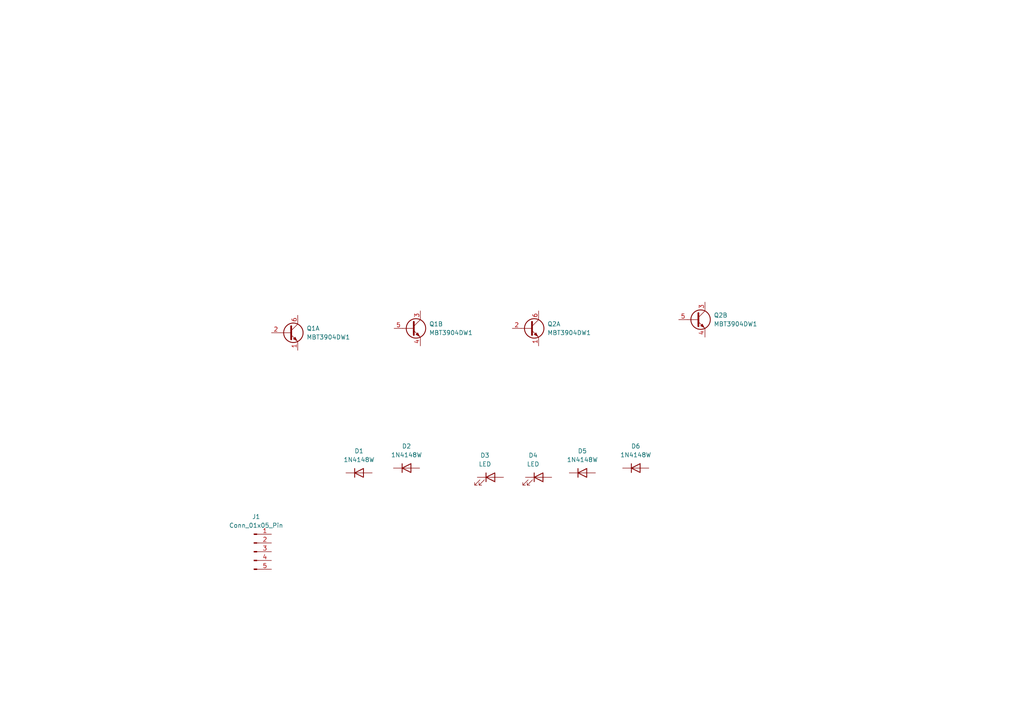
<source format=kicad_sch>
(kicad_sch (version 20231120) (generator "eeschema") (generator_version "8.0")
  (paper "A4")
  (title_block (title "Swollen Pickle") (date "2024-07-29") (rev "A") (company "666, Inc."))
  (lib_symbols
    (symbol "Connector:Conn_01x05_Pin" (pin_names (offset 1.016) hide)
      (property "Reference" "J" (at 0 7.62 0))
      (property "Value" "Conn_01x05_Pin" (at 0 -7.62 0))
      (symbol "Conn_01x05_Pin_1_1"
        (polyline (pts (xy 1.27 -5.08) (xy 0.8636 -5.08)) (stroke (width 0.1524)))
        (polyline (pts (xy 1.27 -2.54) (xy 0.8636 -2.54)) (stroke (width 0.1524)))
        (polyline (pts (xy 1.27 0) (xy 0.8636 0)) (stroke (width 0.1524)))
        (polyline (pts (xy 1.27 2.54) (xy 0.8636 2.54)) (stroke (width 0.1524)))
        (polyline (pts (xy 1.27 5.08) (xy 0.8636 5.08)) (stroke (width 0.1524)))
        (rectangle (start 0.8636 -4.953) (end 0 -5.207) (stroke (width 0.1524)) (fill (type outline)))
        (rectangle (start 0.8636 -2.413) (end 0 -2.667) (stroke (width 0.1524)) (fill (type outline)))
        (rectangle (start 0.8636 0.127) (end 0 -0.127) (stroke (width 0.1524)) (fill (type outline)))
        (rectangle (start 0.8636 2.667) (end 0 2.413) (stroke (width 0.1524)) (fill (type outline)))
        (rectangle (start 0.8636 5.207) (end 0 4.953) (stroke (width 0.1524)) (fill (type outline)))
        (pin passive line (at 5.08 5.08 180) (length 3.81) (name "Pin_1") (number "1"))
        (pin passive line (at 5.08 2.54 180) (length 3.81) (name "Pin_2") (number "2"))
        (pin passive line (at 5.08 0 180) (length 3.81) (name "Pin_3") (number "3"))
        (pin passive line (at 5.08 -2.54 180) (length 3.81) (name "Pin_4") (number "4"))
        (pin passive line (at 5.08 -5.08 180) (length 3.81) (name "Pin_5") (number "5"))
      )
    )
    (symbol "Device:LED" (pin_numbers hide) (pin_names (offset 1.016) hide)
      (property "Reference" "D" (at 0 2.54 0))
      (property "Value" "LED" (at 0 -2.54 0))
      (symbol "LED_0_1"
        (polyline (pts (xy -1.27 -1.27) (xy -1.27 1.27)) (stroke (width 0.254)))
        (polyline (pts (xy -1.27 0) (xy 1.27 0)))
        (polyline (pts (xy 1.27 -1.27) (xy 1.27 1.27) (xy -1.27 0) (xy 1.27 -1.27)) (stroke (width 0.254)))
        (polyline (pts (xy -3.048 -0.762) (xy -4.572 -2.286) (xy -3.81 -2.286) (xy -4.572 -2.286) (xy -4.572 -1.524)))
        (polyline (pts (xy -1.778 -0.762) (xy -3.302 -2.286) (xy -2.54 -2.286) (xy -3.302 -2.286) (xy -3.302 -1.524)))
      )
      (symbol "LED_1_1"
        (pin passive line (at -3.81 0 0) (length 2.54) (name "K") (number "1"))
        (pin passive line (at 3.81 0 180) (length 2.54) (name "A") (number "2"))
      )
    )
    (symbol "Diode:1N4148W" (pin_numbers hide) (pin_names hide)
      (property "Reference" "D" (at 0 2.54 0))
      (property "Value" "1N4148W" (at 0 -2.54 0))
      (symbol "1N4148W_0_1"
        (polyline (pts (xy -1.27 1.27) (xy -1.27 -1.27)) (stroke (width 0.254)))
        (polyline (pts (xy 1.27 0) (xy -1.27 0)))
        (polyline (pts (xy 1.27 1.27) (xy 1.27 -1.27) (xy -1.27 0) (xy 1.27 1.27)) (stroke (width 0.254)))
      )
      (symbol "1N4148W_1_1"
        (pin passive line (at -3.81 0 0) (length 2.54) (name "K") (number "1"))
        (pin passive line (at 3.81 0 180) (length 2.54) (name "A") (number "2"))
      )
    )
    (symbol "Transistor_BJT:MBT3904DW1" (pin_names (offset 0) hide)
      (property "Reference" "Q" (at 5.08 1.27 0))
      (property "Value" "MBT3904DW1" (at 5.08 -1.27 0))
      (symbol "MBT3904DW1_0_1"
        (polyline (pts (xy 0.635 0) (xy -2.54 0)))
        (polyline (pts (xy 0.635 0.635) (xy 2.54 2.54)))
        (polyline (pts (xy 0.635 -0.635) (xy 2.54 -2.54) (xy 2.54 -2.54)))
        (polyline (pts (xy 0.635 1.905) (xy 0.635 -1.905) (xy 0.635 -1.905)) (stroke (width 0.508)))
        (polyline (pts (xy 1.27 -1.778) (xy 1.778 -1.27) (xy 2.286 -2.286) (xy 1.27 -1.778) (xy 1.27 -1.778)) (fill (type outline)))
        (circle (center 1.27 0) (radius 2.8194) (stroke (width 0.254)))
      )
      (symbol "MBT3904DW1_1_1"
        (pin passive line (at 2.54 -5.08 90) (length 2.54) (name "E1") (number "1"))
        (pin input line (at -5.08 0 0) (length 2.54) (name "B1") (number "2"))
        (pin passive line (at 2.54 5.08 270) (length 2.54) (name "C1") (number "6"))
      )
      (symbol "MBT3904DW1_2_1"
        (pin passive line (at 2.54 5.08 270) (length 2.54) (name "C2") (number "3"))
        (pin passive line (at 2.54 -5.08 90) (length 2.54) (name "E2") (number "4"))
        (pin input line (at -5.08 0 0) (length 2.54) (name "B2") (number "5"))
      )
    )
  )
  (symbol (lib_id "Diode:1N4148W") (at 117.9103 135.7652 0) (unit 1)
    (property "Reference" "D2" (at 117.9103 129.4152 0))
    (property "Value" "1N4148W" (at 117.9103 131.9552 0))
    (property "Footprint" "Diode_SMD:D_SOD-123" (effects (hide yes)))
    (property "Datasheet" "https://www.vishay.com/docs/85748/1n4148w.pdf" (effects (hide yes)))
    (property "Description" "75V 0.15A Fast Switching Diode, SOD-123" (effects (hide yes)))
    (property "Sim.Device" "D" (effects (hide yes)))
    (property "Sim.Pins" "1=K 2=A" (effects (hide yes)))
  )
  (symbol (lib_id "Transistor_BJT:MBT3904DW1") (at 119.38 95.25 0) (unit 2)
    (property "Reference" "Q1" (at 124.46 93.9799 0) (effects (justify left)))
    (property "Value" "MBT3904DW1" (at 124.46 96.5199 0) (effects (justify left)))
    (property "Footprint" "Package_TO_SOT_SMD:SOT-363_SC-70-6" (effects (hide yes)))
    (property "Datasheet" "http://www.onsemi.com/pub_link/Collateral/MBT3904DW1T1-D.PDF" (effects (hide yes)))
    (property "Description" "200mA IC, 40V Vce, Dual NPN/NPN Transistors, SOT-363" (effects (hide yes)))
  )
  (symbol (lib_id "Diode:1N4148W") (at 184.3896 135.7652 0) (unit 1)
    (property "Reference" "D6" (at 184.3896 129.4152 0))
    (property "Value" "1N4148W" (at 184.3896 131.9552 0))
    (property "Footprint" "Diode_SMD:D_SOD-123" (effects (hide yes)))
    (property "Datasheet" "https://www.vishay.com/docs/85748/1n4148w.pdf" (effects (hide yes)))
    (property "Description" "75V 0.15A Fast Switching Diode, SOD-123" (effects (hide yes)))
    (property "Sim.Device" "D" (effects (hide yes)))
    (property "Sim.Pins" "1=K 2=A" (effects (hide yes)))
  )
  (symbol (lib_id "Transistor_BJT:MBT3904DW1") (at 83.82 96.52 0) (unit 1)
    (property "Reference" "Q1" (at 88.9 95.2499 0) (effects (justify left)))
    (property "Value" "MBT3904DW1" (at 88.9 97.7899 0) (effects (justify left)))
    (property "Footprint" "Package_TO_SOT_SMD:SOT-363_SC-70-6" (effects (hide yes)))
    (property "Datasheet" "http://www.onsemi.com/pub_link/Collateral/MBT3904DW1T1-D.PDF" (effects (hide yes)))
    (property "Description" "200mA IC, 40V Vce, Dual NPN/NPN Transistors, SOT-363" (effects (hide yes)))
  )
  (symbol (lib_id "Connector:Conn_01x05_Pin") (at 73.66 160.02 0) (unit 1)
    (property "Reference" "J1" (at 74.295 149.86 0))
    (property "Value" "Conn_01x05_Pin" (at 74.295 152.4 0))
    (property "Footprint" "Connector_Molex:Molex_KK-254_AE-6410-05A_1x05_P2.54mm_Vertical" (effects (hide yes)))
    (property "Description" "Generic connector, single row, 01x05, script generated" (effects (hide yes)))
  )
  (symbol (lib_id "Device:LED") (at 142.24 138.43 0) (unit 1)
    (property "Reference" "D3" (at 140.6525 132.08 0))
    (property "Value" "LED" (at 140.6525 134.62 0))
    (property "Footprint" "LED_SMD:LED_2010_5025Metric" (effects (hide yes)))
    (property "Description" "Light emitting diode" (effects (hide yes)))
  )
  (symbol (lib_id "Device:LED") (at 156.21 138.43 0) (unit 1)
    (property "Reference" "D4" (at 154.6225 132.08 0))
    (property "Value" "LED" (at 154.6225 134.62 0))
    (property "Footprint" "LED_SMD:LED_2010_5025Metric" (effects (hide yes)))
    (property "Description" "Light emitting diode" (effects (hide yes)))
  )
  (symbol (lib_id "Transistor_BJT:MBT3904DW1") (at 153.67 95.25 0) (unit 1)
    (property "Reference" "Q2" (at 158.75 93.9799 0) (effects (justify left)))
    (property "Value" "MBT3904DW1" (at 158.75 96.5199 0) (effects (justify left)))
    (property "Footprint" "Package_TO_SOT_SMD:SOT-363_SC-70-6" (effects (hide yes)))
    (property "Datasheet" "http://www.onsemi.com/pub_link/Collateral/MBT3904DW1T1-D.PDF" (effects (hide yes)))
    (property "Description" "200mA IC, 40V Vce, Dual NPN/NPN Transistors, SOT-363" (effects (hide yes)))
  )
  (symbol (lib_id "Diode:1N4148W") (at 104.14 137.16 0) (unit 1)
    (property "Reference" "D1" (at 104.14 130.81 0))
    (property "Value" "1N4148W" (at 104.14 133.35 0))
    (property "Footprint" "Diode_SMD:D_SOD-123" (effects (hide yes)))
    (property "Datasheet" "https://www.vishay.com/docs/85748/1n4148w.pdf" (effects (hide yes)))
    (property "Description" "75V 0.15A Fast Switching Diode, SOD-123" (effects (hide yes)))
    (property "Sim.Device" "D" (effects (hide yes)))
    (property "Sim.Pins" "1=K 2=A" (effects (hide yes)))
  )
  (symbol (lib_id "Transistor_BJT:MBT3904DW1") (at 201.93 92.71 0) (unit 2)
    (property "Reference" "Q2" (at 207.01 91.4399 0) (effects (justify left)))
    (property "Value" "MBT3904DW1" (at 207.01 93.9799 0) (effects (justify left)))
    (property "Footprint" "Package_TO_SOT_SMD:SOT-363_SC-70-6" (effects (hide yes)))
    (property "Datasheet" "http://www.onsemi.com/pub_link/Collateral/MBT3904DW1T1-D.PDF" (effects (hide yes)))
    (property "Description" "200mA IC, 40V Vce, Dual NPN/NPN Transistors, SOT-363" (effects (hide yes)))
  )
  (symbol (lib_id "Diode:1N4148W") (at 168.91 137.16 0) (unit 1)
    (property "Reference" "D5" (at 168.91 130.81 0))
    (property "Value" "1N4148W" (at 168.91 133.35 0))
    (property "Footprint" "Diode_SMD:D_SOD-123" (effects (hide yes)))
    (property "Datasheet" "https://www.vishay.com/docs/85748/1n4148w.pdf" (effects (hide yes)))
    (property "Description" "75V 0.15A Fast Switching Diode, SOD-123" (effects (hide yes)))
    (property "Sim.Device" "D" (effects (hide yes)))
    (property "Sim.Pins" "1=K 2=A" (effects (hide yes)))
  )
)
</source>
